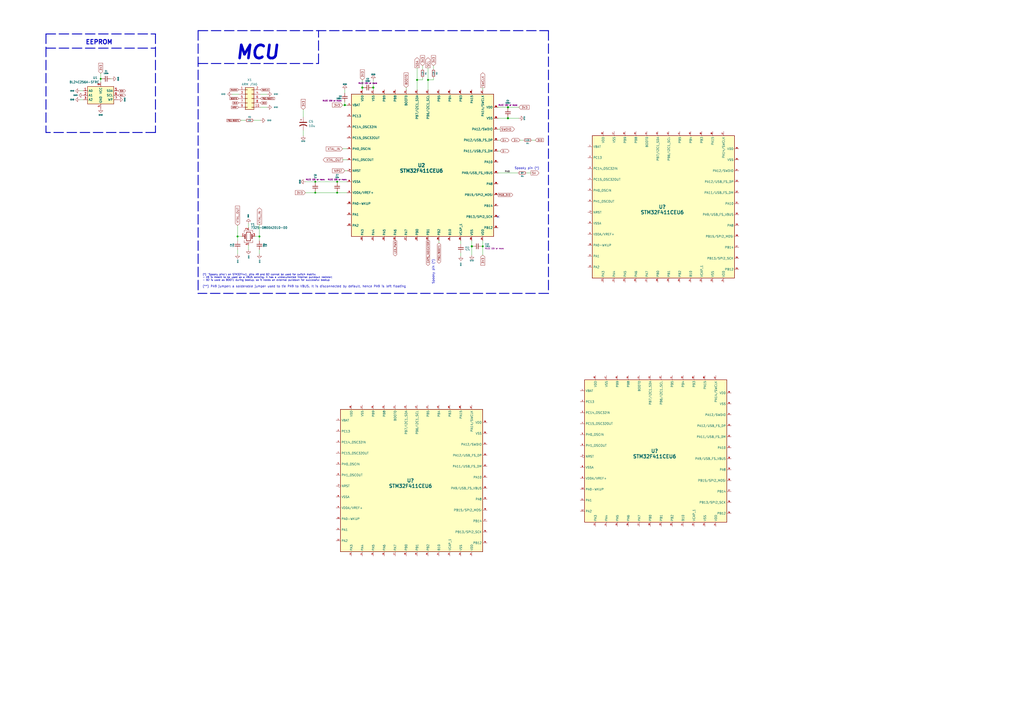
<source format=kicad_sch>
(kicad_sch (version 20210621) (generator eeschema)
  (paper "A2")
  (title_block (title "Noxary X60") (date "2021-08-26") (rev "v1.0.2") (company "Designed by Gondolindrim"))
  (lib_symbols
    (symbol "Connector_Generic:Conn_02x05_Odd_Even" (pin_names (offset 1.016) hide)
      (property "Reference" "J" (at 1.27 7.62 0))
      (property "Value" "Conn_02x05_Odd_Even" (at 1.27 -7.62 0))
      (symbol "Conn_02x05_Odd_Even_1_1"
        (rectangle (start -1.27 -4.953) (end 0 -5.207) (stroke (width 0.1524)))
        (rectangle (start -1.27 -2.413) (end 0 -2.667) (stroke (width 0.1524)))
        (rectangle (start -1.27 0.127) (end 0 -0.127) (stroke (width 0.1524)))
        (rectangle (start -1.27 2.667) (end 0 2.413) (stroke (width 0.1524)))
        (rectangle (start -1.27 5.207) (end 0 4.953) (stroke (width 0.1524)))
        (rectangle (start -1.27 6.35) (end 3.81 -6.35) (stroke (width 0.254)) (fill (type background)))
        (rectangle (start 3.81 -4.953) (end 2.54 -5.207) (stroke (width 0.1524)))
        (rectangle (start 3.81 -2.413) (end 2.54 -2.667) (stroke (width 0.1524)))
        (rectangle (start 3.81 0.127) (end 2.54 -0.127) (stroke (width 0.1524)))
        (rectangle (start 3.81 2.667) (end 2.54 2.413) (stroke (width 0.1524)))
        (rectangle (start 3.81 5.207) (end 2.54 4.953) (stroke (width 0.1524)))
        (pin passive line (at -5.08 5.08 0) (length 3.81) (name "Pin_1") (number "1"))
        (pin passive line (at 7.62 -5.08 180) (length 3.81) (name "Pin_10") (number "10"))
        (pin passive line (at 7.62 5.08 180) (length 3.81) (name "Pin_2") (number "2"))
        (pin passive line (at -5.08 2.54 0) (length 3.81) (name "Pin_3") (number "3"))
        (pin passive line (at 7.62 2.54 180) (length 3.81) (name "Pin_4") (number "4"))
        (pin passive line (at -5.08 0 0) (length 3.81) (name "Pin_5") (number "5"))
        (pin passive line (at 7.62 0 180) (length 3.81) (name "Pin_6") (number "6"))
        (pin passive line (at -5.08 -2.54 0) (length 3.81) (name "Pin_7") (number "7"))
        (pin passive line (at 7.62 -2.54 180) (length 3.81) (name "Pin_8") (number "8"))
        (pin passive line (at -5.08 -5.08 0) (length 3.81) (name "Pin_9") (number "9"))
      )
    )
    (symbol "Device:CP1" (pin_numbers hide) (pin_names (offset 0.254) hide)
      (property "Reference" "C" (at 0.635 2.54 0))
      (property "Value" "CP1" (at 0.635 -2.54 0))
      (symbol "CP1_0_1"
        (polyline (pts (xy -2.032 0.762) (xy 2.032 0.762)) (stroke (width 0.508)))
        (polyline (pts (xy -1.778 2.286) (xy -0.762 2.286)))
        (polyline (pts (xy -1.27 1.778) (xy -1.27 2.794)))
        (arc (start 2.032 -1.27) (mid 0 -0.5572) (end -2.032 -1.27) (stroke (width 0.508)))
      )
      (symbol "CP1_1_1"
        (pin passive line (at 0 3.81 270) (length 2.794) (name "~") (number "1"))
        (pin passive line (at 0 -3.81 90) (length 3.302) (name "~") (number "2"))
      )
    )
    (symbol "Device:C_Small" (pin_numbers hide) (pin_names (offset 0.254) hide)
      (property "Reference" "C" (at 0.254 1.778 0))
      (property "Value" "C_Small" (at 0.254 -2.032 0))
      (symbol "C_Small_0_1"
        (polyline (pts (xy -1.524 -0.508) (xy 1.524 -0.508)) (stroke (width 0.3302)))
        (polyline (pts (xy -1.524 0.508) (xy 1.524 0.508)) (stroke (width 0.3048)))
      )
      (symbol "C_Small_1_1"
        (pin passive line (at 0 2.54 270) (length 2.032) (name "~") (number "1"))
        (pin passive line (at 0 -2.54 90) (length 2.032) (name "~") (number "2"))
      )
    )
    (symbol "Device:Crystal_GND24" (pin_names (offset 1.016) hide)
      (property "Reference" "Y" (at 3.175 5.08 0))
      (property "Value" "Crystal_GND24" (at 3.175 3.175 0))
      (symbol "Crystal_GND24_0_1"
        (rectangle (start -1.143 2.54) (end 1.143 -2.54) (stroke (width 0.3048)))
        (polyline (pts (xy -2.54 0) (xy -2.032 0)))
        (polyline (pts (xy -2.032 -1.27) (xy -2.032 1.27)) (stroke (width 0.508)))
        (polyline (pts (xy 0 -3.81) (xy 0 -3.556)))
        (polyline (pts (xy 0 3.556) (xy 0 3.81)))
        (polyline (pts (xy 2.032 -1.27) (xy 2.032 1.27)) (stroke (width 0.508)))
        (polyline (pts (xy 2.032 0) (xy 2.54 0)))
        (polyline (pts (xy -2.54 -2.286) (xy -2.54 -3.556) (xy 2.54 -3.556) (xy 2.54 -2.286)))
        (polyline (pts (xy -2.54 2.286) (xy -2.54 3.556) (xy 2.54 3.556) (xy 2.54 2.286)))
      )
      (symbol "Crystal_GND24_1_1"
        (pin passive line (at -3.81 0 0) (length 1.27) (name "1") (number "1"))
        (pin passive line (at 0 5.08 270) (length 1.27) (name "2") (number "2"))
        (pin passive line (at 3.81 0 180) (length 1.27) (name "3") (number "3"))
        (pin passive line (at 0 -5.08 90) (length 1.27) (name "4") (number "4"))
      )
    )
    (symbol "Device:R_Small" (pin_numbers hide) (pin_names (offset 0.254) hide)
      (property "Reference" "R" (at 0.762 0.508 0))
      (property "Value" "R_Small" (at 0.762 -1.016 0))
      (symbol "R_Small_0_1"
        (rectangle (start -0.762 1.778) (end 0.762 -1.778) (stroke (width 0.2032)))
      )
      (symbol "R_Small_1_1"
        (pin passive line (at 0 2.54 270) (length 0.762) (name "~") (number "1"))
        (pin passive line (at 0 -2.54 90) (length 0.762) (name "~") (number "2"))
      )
    )
    (symbol "Memory_EEPROM:24LC256"
      (property "Reference" "U" (at -6.35 6.35 0))
      (property "Value" "24LC256" (at 1.27 6.35 0))
      (symbol "24LC256_1_1"
        (rectangle (start -7.62 5.08) (end 7.62 -5.08) (stroke (width 0.254)) (fill (type background)))
        (pin input line (at -10.16 2.54 0) (length 2.54) (name "A0") (number "1"))
        (pin input line (at -10.16 0 0) (length 2.54) (name "A1") (number "2"))
        (pin input line (at -10.16 -2.54 0) (length 2.54) (name "A2") (number "3"))
        (pin power_in line (at 0 -7.62 90) (length 2.54) (name "GND") (number "4"))
        (pin bidirectional line (at 10.16 2.54 180) (length 2.54) (name "SDA") (number "5"))
        (pin input line (at 10.16 0 180) (length 2.54) (name "SCL") (number "6"))
        (pin input line (at 10.16 -2.54 180) (length 2.54) (name "WP") (number "7"))
        (pin power_in line (at 0 7.62 270) (length 2.54) (name "VCC") (number "8"))
      )
    )
    (symbol "acheron_Symbols:STM32F411-48"
      (property "Reference" "U2" (at 0 1.905 0))
      (property "Value" "STM32F411-48" (at 0 -2.54 0))
      (symbol "STM32F411-48_0_1"
        (rectangle (start 41.91 41.91) (end -40.64 -40.64) (stroke (width 0.3048)) (fill (type background)))
      )
      (symbol "STM32F411-48_1_1"
        (pin power_in line (at -43.18 35.56 0) (length 2.54) (name "VBAT") (number "1"))
        (pin bidirectional line (at -43.18 -21.59 0) (length 2.54) (name "PA0-WKUP") (number "10"))
        (pin bidirectional line (at -43.18 -27.94 0) (length 2.54) (name "PA1") (number "11"))
        (pin bidirectional line (at -43.18 -34.29 0) (length 2.54) (name "PA2") (number "12"))
        (pin bidirectional line (at -34.29 -43.18 90) (length 2.54) (name "PA3") (number "13"))
        (pin bidirectional line (at -27.94 -43.18 90) (length 2.54) (name "PA4") (number "14"))
        (pin bidirectional line (at -21.59 -43.18 90) (length 2.54) (name "PA5") (number "15"))
        (pin bidirectional line (at -15.24 -43.18 90) (length 2.54) (name "PA6") (number "16"))
        (pin bidirectional line (at -8.89 -43.18 90) (length 2.54) (name "PA7") (number "17"))
        (pin bidirectional line (at -2.54 -43.18 90) (length 2.54) (name "PB0") (number "18"))
        (pin bidirectional line (at 3.81 -43.18 90) (length 2.54) (name "PB1") (number "19"))
        (pin bidirectional line (at -43.18 29.21 0) (length 2.54) (name "PC13") (number "2"))
        (pin bidirectional line (at 10.16 -43.18 90) (length 2.54) (name "PB2") (number "20"))
        (pin bidirectional line (at 16.51 -43.18 90) (length 2.54) (name "B10") (number "21"))
        (pin output line (at 22.86 -43.18 90) (length 2.54) (name "VCAP_1") (number "22"))
        (pin power_out line (at 29.21 -43.18 90) (length 2.54) (name "VSS") (number "23"))
        (pin power_in line (at 35.56 -43.18 90) (length 2.54) (name "VDD") (number "24"))
        (pin bidirectional line (at 44.45 -35.56 180) (length 2.54) (name "PB12") (number "25"))
        (pin bidirectional line (at 44.45 -29.21 180) (length 2.54) (name "PB13") (number "26") (alternate "PB13/SPI2_SCK" bidirectional line))
        (pin bidirectional line (at 44.45 -22.86 180) (length 2.54) (name "PB14") (number "27"))
        (pin bidirectional line (at 44.45 -16.51 180) (length 2.54) (name "PB15") (number "28") (alternate "PB15/SPI2_MOSI" bidirectional line))
        (pin bidirectional line (at 44.45 -10.16 180) (length 2.54) (name "PA8") (number "29"))
        (pin bidirectional line (at -43.18 22.86 0) (length 2.54) (name "PC14_OSC32IN") (number "3"))
        (pin bidirectional line (at 44.45 -3.81 180) (length 2.54) (name "PA9") (number "30") (alternate "PA9/USB_FS_VBUS" bidirectional line))
        (pin bidirectional line (at 44.45 2.54 180) (length 2.54) (name "PA10") (number "31"))
        (pin bidirectional line (at 44.45 8.89 180) (length 2.54) (name "PA11") (number "32") (alternate "PA11/USB_FS_DM" bidirectional line))
        (pin bidirectional line (at 44.45 15.24 180) (length 2.54) (name "PA12") (number "33") (alternate "PA12/USB_FS_DP" bidirectional line))
        (pin bidirectional line (at 44.45 21.59 180) (length 2.54) (name "PA13") (number "34") (alternate "PA12/SWDIO" bidirectional line))
        (pin power_in line (at 44.45 27.94 180) (length 2.54) (name "VSS") (number "35"))
        (pin power_out line (at 44.45 34.29 180) (length 2.54) (name "VDD") (number "36"))
        (pin bidirectional line (at 35.56 44.45 270) (length 2.54) (name "PA14") (number "37") (alternate "PA14/SWCLK" output line))
        (pin bidirectional line (at 29.21 44.45 270) (length 2.54) (name "PA15") (number "38"))
        (pin bidirectional line (at 22.86 44.45 270) (length 2.54) (name "PB3") (number "39"))
        (pin bidirectional line (at -43.18 16.51 0) (length 2.54) (name "PC15_OSC32OUT") (number "4"))
        (pin bidirectional line (at 16.51 44.45 270) (length 2.54) (name "PB4") (number "40"))
        (pin bidirectional line (at 10.16 44.45 270) (length 2.54) (name "PB5") (number "41"))
        (pin bidirectional line (at 3.81 44.45 270) (length 2.54) (name "PB6") (number "42") (alternate "PB6/I2C1_SCL" bidirectional line))
        (pin bidirectional line (at -2.54 44.45 270) (length 2.54) (name "PB7") (number "43") (alternate "PB7/I2C1_SDA" bidirectional line))
        (pin input line (at -8.89 44.45 270) (length 2.54) (name "BOOT0") (number "44"))
        (pin bidirectional line (at -15.24 44.45 270) (length 2.54) (name "PB8") (number "45"))
        (pin input line (at -21.59 44.45 270) (length 2.54) (name "PB9") (number "46"))
        (pin power_in line (at -27.94 44.45 270) (length 2.54) (name "VSS") (number "47"))
        (pin power_out line (at -34.29 44.45 270) (length 2.54) (name "VDD") (number "48"))
        (pin input line (at -43.18 10.16 0) (length 2.54) (name "PH0_OSCIN") (number "5"))
        (pin output line (at -43.18 3.81 0) (length 2.54) (name "PH1_OSCOUT") (number "6"))
        (pin input inverted (at -43.18 -2.54 0) (length 2.54) (name "NRST") (number "7"))
        (pin power_in line (at -43.18 -8.89 0) (length 2.54) (name "VSSA") (number "8"))
        (pin power_in line (at -43.18 -15.24 0) (length 2.54) (name "VDDA/VREF+") (number "9"))
      )
    )
    (symbol "power:GND" (power) (pin_names (offset 0))
      (property "Value" "GND" (at 0 -3.81 0))
      (symbol "GND_0_1"
        (polyline (pts (xy 0 0) (xy 0 -1.27) (xy 1.27 -1.27) (xy 0 -2.54) (xy -1.27 -1.27) (xy 0 -1.27)))
      )
      (symbol "GND_1_1"
        (pin power_in line (at 0 0 270) (length 0) hide (name "GND") (number "1"))
      )
    )
  )
  (junction (at 58.42 45.72) (diameter 0.9144))
  (junction (at 137.795 137.16) (diameter 0.9144))
  (junction (at 150.495 137.16) (diameter 0.9144))
  (junction (at 182.88 105.41))
  (junction (at 182.88 111.76))
  (junction (at 195.58 105.41))
  (junction (at 195.58 111.76))
  (junction (at 200.025 60.96) (diameter 1.016))
  (junction (at 210.185 50.8) (diameter 1.016))
  (junction (at 216.535 50.8) (diameter 1.016))
  (junction (at 241.935 46.355) (diameter 0.9144))
  (junction (at 248.285 46.355) (diameter 0.9144))
  (junction (at 273.685 142.875) (diameter 1.016))
  (junction (at 280.035 142.875))
  (junction (at 294.64 62.23) (diameter 1.016))
  (junction (at 294.64 68.58) (diameter 1.016))
  (no_connect (at 288.925 125.73))
  (wire (pts (xy 46.355 52.705) (xy 48.26 52.705)))
  (wire (pts (xy 46.355 57.785) (xy 48.26 57.785)))
  (wire (pts (xy 58.42 42.545) (xy 58.42 45.72)))
  (wire (pts (xy 58.42 45.72) (xy 58.42 47.625)))
  (wire (pts (xy 58.42 45.72) (xy 59.055 45.72)))
  (wire (pts (xy 64.135 45.72) (xy 64.77 45.72)))
  (wire (pts (xy 134.62 54.61) (xy 138.43 54.61)))
  (wire (pts (xy 137.795 130.81) (xy 137.795 137.16)))
  (wire (pts (xy 137.795 137.16) (xy 140.335 137.16)))
  (wire (pts (xy 137.795 139.7) (xy 137.795 137.16)))
  (wire (pts (xy 137.795 147.32) (xy 137.795 144.78)))
  (wire (pts (xy 139.7 69.85) (xy 142.24 69.85)))
  (wire (pts (xy 144.145 129.54) (xy 144.145 132.08)))
  (wire (pts (xy 144.145 144.78) (xy 144.145 142.24)))
  (wire (pts (xy 150.495 130.175) (xy 150.495 137.16)))
  (wire (pts (xy 150.495 137.16) (xy 147.955 137.16)))
  (wire (pts (xy 150.495 139.7) (xy 150.495 137.16)))
  (wire (pts (xy 150.495 147.32) (xy 150.495 144.78)))
  (wire (pts (xy 151.13 69.85) (xy 147.32 69.85)))
  (wire (pts (xy 154.94 54.61) (xy 151.13 54.61)))
  (wire (pts (xy 154.94 62.23) (xy 151.13 62.23)))
  (wire (pts (xy 175.895 63.5) (xy 175.895 67.945)))
  (wire (pts (xy 175.895 75.565) (xy 175.895 78.74)))
  (wire (pts (xy 177.165 105.41) (xy 182.88 105.41)))
  (wire (pts (xy 177.165 111.76) (xy 182.88 111.76)))
  (wire (pts (xy 182.88 105.41) (xy 182.88 106.045)))
  (wire (pts (xy 182.88 105.41) (xy 195.58 105.41)))
  (wire (pts (xy 182.88 111.125) (xy 182.88 111.76)))
  (wire (pts (xy 182.88 111.76) (xy 195.58 111.76)))
  (wire (pts (xy 195.58 105.41) (xy 195.58 106.045)))
  (wire (pts (xy 195.58 105.41) (xy 201.295 105.41)))
  (wire (pts (xy 195.58 111.125) (xy 195.58 111.76)))
  (wire (pts (xy 195.58 111.76) (xy 201.295 111.76)))
  (wire (pts (xy 198.755 60.96) (xy 200.025 60.96)))
  (wire (pts (xy 198.755 86.36) (xy 201.295 86.36)))
  (wire (pts (xy 198.755 92.71) (xy 201.295 92.71)))
  (wire (pts (xy 200.025 52.07) (xy 200.025 53.975)))
  (wire (pts (xy 200.025 59.055) (xy 200.025 60.96)))
  (wire (pts (xy 200.025 60.96) (xy 201.295 60.96)))
  (wire (pts (xy 200.025 99.06) (xy 201.295 99.06)))
  (wire (pts (xy 210.185 46.355) (xy 210.185 50.8)))
  (wire (pts (xy 210.185 50.8) (xy 210.185 52.07)))
  (wire (pts (xy 210.185 50.8) (xy 210.82 50.8)))
  (wire (pts (xy 215.9 50.8) (xy 216.535 50.8)))
  (wire (pts (xy 216.535 46.355) (xy 216.535 50.8)))
  (wire (pts (xy 216.535 50.8) (xy 216.535 52.07)))
  (wire (pts (xy 235.585 50.8) (xy 235.585 52.07)))
  (wire (pts (xy 241.935 39.37) (xy 241.935 46.355)))
  (wire (pts (xy 241.935 46.355) (xy 241.935 52.07)))
  (wire (pts (xy 245.11 38.1) (xy 245.11 40.005)))
  (wire (pts (xy 245.11 45.085) (xy 245.11 46.355)))
  (wire (pts (xy 245.11 46.355) (xy 241.935 46.355)))
  (wire (pts (xy 248.285 39.37) (xy 248.285 46.355)))
  (wire (pts (xy 248.285 46.355) (xy 248.285 52.07)))
  (wire (pts (xy 251.46 38.1) (xy 251.46 40.005)))
  (wire (pts (xy 251.46 45.085) (xy 251.46 46.355)))
  (wire (pts (xy 251.46 46.355) (xy 248.285 46.355)))
  (wire (pts (xy 254.635 139.7) (xy 254.635 140.97)))
  (wire (pts (xy 267.335 139.7) (xy 267.335 141.605)))
  (wire (pts (xy 267.335 146.685) (xy 267.335 148.59)))
  (wire (pts (xy 273.685 139.7) (xy 273.685 142.875)))
  (wire (pts (xy 273.685 142.875) (xy 273.685 147.955)))
  (wire (pts (xy 273.685 142.875) (xy 274.32 142.875)))
  (wire (pts (xy 279.4 142.875) (xy 280.035 142.875)))
  (wire (pts (xy 280.035 50.8) (xy 280.035 52.07)))
  (wire (pts (xy 280.035 139.7) (xy 280.035 142.875)))
  (wire (pts (xy 280.035 142.875) (xy 280.035 147.955)))
  (wire (pts (xy 288.925 62.23) (xy 294.64 62.23)))
  (wire (pts (xy 288.925 68.58) (xy 294.64 68.58)))
  (wire (pts (xy 288.925 74.93) (xy 290.195 74.93)))
  (wire (pts (xy 288.925 81.28) (xy 290.195 81.28)))
  (wire (pts (xy 288.925 87.63) (xy 290.195 87.63)))
  (wire (pts (xy 288.925 100.33) (xy 300.355 100.33)))
  (wire (pts (xy 294.64 62.23) (xy 294.64 62.865)))
  (wire (pts (xy 294.64 62.23) (xy 300.99 62.23)))
  (wire (pts (xy 294.64 67.945) (xy 294.64 68.58)))
  (wire (pts (xy 294.64 68.58) (xy 300.99 68.58)))
  (wire (pts (xy 303.53 81.28) (xy 301.625 81.28)))
  (wire (pts (xy 305.435 100.33) (xy 307.975 100.33)))
  (wire (pts (xy 310.515 81.28) (xy 308.61 81.28)))
  (polyline (pts (xy 26.67 19.685) (xy 26.67 76.835)) (stroke (width 0.508) (type dash)))
  (polyline (pts (xy 26.67 19.685) (xy 90.17 19.685)) (stroke (width 0.508) (type dash)))
  (polyline (pts (xy 26.67 27.94) (xy 90.17 27.94)) (stroke (width 0.508) (type dash)))
  (polyline (pts (xy 90.17 19.685) (xy 90.17 76.835)) (stroke (width 0.508) (type dash)))
  (polyline (pts (xy 90.17 76.835) (xy 26.67 76.835)) (stroke (width 0.508) (type dash)))
  (polyline (pts (xy 114.935 17.78) (xy 114.935 170.18)) (stroke (width 0.508) (type dash)))
  (polyline (pts (xy 114.935 17.78) (xy 318.135 17.78)) (stroke (width 0.508) (type dash)))
  (polyline (pts (xy 114.935 36.83) (xy 184.785 36.83)) (stroke (width 0.508) (type dash)))
  (polyline (pts (xy 184.785 36.83) (xy 184.785 17.78)) (stroke (width 0.508) (type dash)))
  (polyline (pts (xy 318.135 17.78) (xy 318.135 170.18)) (stroke (width 0.508) (type dash)))
  (polyline (pts (xy 318.135 170.18) (xy 114.935 170.18)) (stroke (width 0.508) (type dash)))
  (text "EEPROM" (at 49.53 26.035 0) (effects (font (size 2.54 2.54) (thickness 0.508) bold) (justify left bottom)))
  (text "(*) \"Spooky pins\": on STM32F4x1, pins A9 and B2 cannot be used for switch matrix:\n- A9 is meant to be used as a VBUS sensing. It has a undocumented internal pulldown resistor;\n- B2 is used as BOOT1 during bootup, so it needs an external pulldown for successful bootup\n" (at 117.475 163.195 0) (effects (font (size 1 1)) (justify left bottom)))
  (text "(**) PA9 jumper: a solderable jumper used to tie PA9 to VBUS. It is disconnected by default, hence PA9 is left floating" (at 117.475 167.005 0) (effects (font (size 1.27 1.27)) (justify left bottom)))
  (text "MCU" (at 162.56 34.925 180) (effects (font (size 7.62 7.62) (thickness 1.524) bold italic) (justify right bottom)))
  (text "Spooky pin (*)" (at 252.095 150.495 270) (effects (font (size 1.27 1.27)) (justify right bottom)))
  (text "Spooky pin (*)" (at 298.45 98.425 0) (effects (font (size 1.27 1.27)) (justify left bottom)))
  (label "PA9" (at 292.735 100.33 0) (effects (font (size 1 1))))
  (global_label "3V3" (shape input) (at 58.42 42.545 90) (property "Intersheet References" "${INTERSHEET_REFS}" (effects hide)))
  (global_label "SDA" (shape bidirectional) (at 68.58 52.705 0) (effects (font (size 0.762 0.762))) (property "Intersheet References" "${INTERSHEET_REFS}" (effects hide)))
  (global_label "SCL" (shape bidirectional) (at 68.58 55.245 0) (effects (font (size 0.762 0.762))) (property "Intersheet References" "${INTERSHEET_REFS}" (effects hide)))
  (global_label "XTAL_OUT" (shape input) (at 137.795 130.81 90) (property "Intersheet References" "${INTERSHEET_REFS}" (effects hide)))
  (global_label "SWDIO" (shape input) (at 138.43 52.07 180) (effects (font (size 0.762 0.762))) (property "Intersheet References" "${INTERSHEET_REFS}" (effects hide)))
  (global_label "BOOT0" (shape input) (at 138.43 57.15 180) (effects (font (size 0.762 0.762))) (property "Intersheet References" "${INTERSHEET_REFS}" (effects hide)))
  (global_label "3V3" (shape input) (at 138.43 59.69 180) (effects (font (size 0.762 0.762))) (property "Intersheet References" "${INTERSHEET_REFS}" (effects hide)))
  (global_label "NRST" (shape input) (at 138.43 62.23 180) (effects (font (size 0.762 0.762))) (property "Intersheet References" "${INTERSHEET_REFS}" (effects hide)))
  (global_label "PB2{slash}BOOT1" (shape input) (at 139.7 69.85 180) (effects (font (size 0.762 0.762))) (property "Intersheet References" "${INTERSHEET_REFS}" (effects hide)))
  (global_label "XTAL_IN" (shape output) (at 150.495 130.175 90) (property "Intersheet References" "${INTERSHEET_REFS}" (effects hide)))
  (global_label "SWCLK" (shape input) (at 151.13 52.07 0) (effects (font (size 0.762 0.762))) (property "Intersheet References" "${INTERSHEET_REFS}" (effects hide)))
  (global_label "PB2{slash}BOOT1" (shape input) (at 151.13 57.15 0) (effects (font (size 0.762 0.762))) (property "Intersheet References" "${INTERSHEET_REFS}" (effects hide)))
  (global_label "3V3" (shape input) (at 151.13 59.69 0) (effects (font (size 0.762 0.762))) (property "Intersheet References" "${INTERSHEET_REFS}" (effects hide)))
  (global_label "3V3" (shape input) (at 175.895 63.5 90) (property "Intersheet References" "${INTERSHEET_REFS}" (effects hide)))
  (global_label "3V3" (shape input) (at 177.165 111.76 180) (property "Intersheet References" "${INTERSHEET_REFS}" (effects hide)))
  (global_label "3V3" (shape input) (at 198.755 60.96 180) (property "Intersheet References" "${INTERSHEET_REFS}" (effects hide)))
  (global_label "XTAL_IN" (shape input) (at 198.755 86.36 180) (property "Intersheet References" "${INTERSHEET_REFS}" (effects hide)))
  (global_label "XTAL_OUT" (shape output) (at 198.755 92.71 180) (property "Intersheet References" "${INTERSHEET_REFS}" (effects hide)))
  (global_label "NRST" (shape input) (at 200.025 99.06 180) (property "Intersheet References" "${INTERSHEET_REFS}" (effects hide)))
  (global_label "3V3" (shape input) (at 210.185 46.355 90) (property "Intersheet References" "${INTERSHEET_REFS}" (effects hide)))
  (global_label "LED_PWM" (shape output) (at 229.235 139.7 270) (effects (font (size 1.016 1.016))) (property "Intersheet References" "${INTERSHEET_REFS}" (effects hide)))
  (global_label "BOOT0" (shape input) (at 235.585 50.8 90) (property "Intersheet References" "${INTERSHEET_REFS}" (effects hide)))
  (global_label "SDA" (shape output) (at 241.935 39.37 90) (property "Intersheet References" "${INTERSHEET_REFS}" (effects hide)))
  (global_label "3V3" (shape input) (at 245.11 38.1 90) (property "Intersheet References" "${INTERSHEET_REFS}" (effects hide)))
  (global_label "SCL" (shape output) (at 248.285 39.37 90) (property "Intersheet References" "${INTERSHEET_REFS}" (effects hide)))
  (global_label "CAPS_INDICATOR" (shape output) (at 248.285 139.7 270) (effects (font (size 1.016 1.016))) (property "Intersheet References" "${INTERSHEET_REFS}" (effects hide)))
  (global_label "3V3" (shape input) (at 251.46 38.1 90) (property "Intersheet References" "${INTERSHEET_REFS}" (effects hide)))
  (global_label "PB2{slash}BOOT1" (shape bidirectional) (at 254.635 140.97 270) (effects (font (size 1.016 1.016))) (property "Intersheet References" "${INTERSHEET_REFS}" (effects hide)))
  (global_label "SWCLK" (shape output) (at 280.035 50.8 90) (property "Intersheet References" "${INTERSHEET_REFS}" (effects hide)))
  (global_label "3V3" (shape input) (at 280.035 147.955 270) (property "Intersheet References" "${INTERSHEET_REFS}" (effects hide)))
  (global_label "RGB_3V3" (shape output) (at 288.925 113.03 0) (effects (font (size 1.016 1.016))) (property "Intersheet References" "${INTERSHEET_REFS}" (effects hide)))
  (global_label "SWDIO" (shape output) (at 290.195 74.93 0) (property "Intersheet References" "${INTERSHEET_REFS}" (effects hide)))
  (global_label "D+" (shape bidirectional) (at 290.195 81.28 0) (effects (font (size 1.016 1.016))) (property "Intersheet References" "${INTERSHEET_REFS}" (effects hide)))
  (global_label "D-" (shape bidirectional) (at 290.195 87.63 0) (effects (font (size 1.016 1.016))) (property "Intersheet References" "${INTERSHEET_REFS}" (effects hide)))
  (global_label "3V3" (shape input) (at 300.99 62.23 0) (property "Intersheet References" "${INTERSHEET_REFS}" (effects hide)))
  (global_label "D+" (shape bidirectional) (at 301.625 81.28 180) (effects (font (size 1.016 1.016))) (property "Intersheet References" "${INTERSHEET_REFS}" (effects hide)))
  (global_label "5V" (shape output) (at 307.975 100.33 0) (property "Intersheet References" "${INTERSHEET_REFS}" (effects hide)))
  (global_label "3V3" (shape input) (at 310.515 81.28 0) (effects (font (size 1.016 1.016))) (property "Intersheet References" "${INTERSHEET_REFS}" (effects hide)))
  (symbol (lib_id "power:GND") (at 46.355 52.705 270) (unit 1)
    (property "Reference" "#PWR04" (effects hide))
    (property "Value" "GND" (at 41.91 52.705 90) (effects (font (size 0.762 0.762))))
  )
  (symbol (lib_id "power:GND") (at 46.355 57.785 270) (unit 1)
    (property "Reference" "#PWR08" (effects hide))
    (property "Value" "GND" (at 41.91 57.785 90) (effects (font (size 0.762 0.762))))
  )
  (symbol (lib_id "power:GND") (at 48.26 55.245 270) (unit 1)
    (property "Reference" "#PWR07" (effects hide))
    (property "Value" "GND" (at 43.815 55.245 90) (effects (font (size 0.762 0.762))))
  )
  (symbol (lib_id "power:GND") (at 58.42 62.865 0) (unit 1)
    (property "Reference" "#PWR011" (effects hide))
    (property "Value" "GND" (at 58.42 66.675 0) (effects (font (size 0.762 0.762))))
  )
  (symbol (lib_id "power:GND") (at 64.77 45.72 90) (unit 1)
    (property "Reference" "#PWR01" (effects hide))
    (property "Value" "GND" (at 68.58 45.72 0) (effects (font (size 0.762 0.762))))
  )
  (symbol (lib_id "power:GND") (at 68.58 57.785 90) (unit 1)
    (property "Reference" "#PWR09" (effects hide))
    (property "Value" "GND" (at 72.39 57.785 0) (effects (font (size 0.762 0.762))))
  )
  (symbol (lib_id "power:GND") (at 134.62 54.61 270) (unit 1)
    (property "Reference" "#PWR05" (effects hide))
    (property "Value" "GND" (at 129.54 54.61 90) (effects (font (size 0.762 0.762))))
  )
  (symbol (lib_id "power:GND") (at 137.795 147.32 0) (unit 1)
    (property "Reference" "#PWR018" (effects hide))
    (property "Value" "GND" (at 137.922 150.5712 90) (effects (font (size 0.635 0.635)) (justify right)))
  )
  (symbol (lib_id "power:GND") (at 144.145 129.54 180) (unit 1)
    (property "Reference" "#PWR016" (effects hide))
    (property "Value" "GND" (at 144.018 126.2888 90) (effects (font (size 0.635 0.635)) (justify right)))
  )
  (symbol (lib_id "power:GND") (at 144.145 144.78 0) (unit 1)
    (property "Reference" "#PWR017" (effects hide))
    (property "Value" "GND" (at 144.272 148.0312 90) (effects (font (size 0.635 0.635)) (justify right)))
  )
  (symbol (lib_id "power:GND") (at 150.495 147.32 0) (unit 1)
    (property "Reference" "#PWR019" (effects hide))
    (property "Value" "GND" (at 150.622 150.5712 90) (effects (font (size 0.635 0.635)) (justify right)))
  )
  (symbol (lib_id "power:GND") (at 151.13 69.85 90) (unit 1)
    (property "Reference" "#PWR013" (effects hide))
    (property "Value" "GND" (at 156.21 69.85 90) (effects (font (size 0.762 0.762))))
  )
  (symbol (lib_id "power:GND") (at 154.94 54.61 90) (unit 1)
    (property "Reference" "#PWR06" (effects hide))
    (property "Value" "GND" (at 160.02 54.61 90) (effects (font (size 0.762 0.762))))
  )
  (symbol (lib_id "power:GND") (at 154.94 62.23 90) (unit 1)
    (property "Reference" "#PWR010" (effects hide))
    (property "Value" "GND" (at 160.02 62.23 90) (effects (font (size 0.762 0.762))))
  )
  (symbol (lib_id "power:GND") (at 175.895 78.74 0) (unit 1)
    (property "Reference" "#PWR014" (effects hide))
    (property "Value" "GND" (at 175.895 81.915 0) (effects (font (size 0.762 0.762))))
  )
  (symbol (lib_id "power:GND") (at 177.165 105.41 270) (unit 1)
    (property "Reference" "#PWR015" (effects hide))
    (property "Value" "GND" (at 173.99 105.41 0) (effects (font (size 0.762 0.762))))
  )
  (symbol (lib_id "power:GND") (at 200.025 52.07 180) (unit 1)
    (property "Reference" "#PWR03" (effects hide))
    (property "Value" "GND" (at 200.025 48.895 0) (effects (font (size 0.762 0.762))))
  )
  (symbol (lib_id "power:GND") (at 216.535 46.355 180) (unit 1)
    (property "Reference" "#PWR02" (effects hide))
    (property "Value" "GND" (at 216.535 43.18 0) (effects (font (size 0.762 0.762))))
  )
  (symbol (lib_id "power:GND") (at 267.335 148.59 0) (unit 1)
    (property "Reference" "#PWR021" (effects hide))
    (property "Value" "GND" (at 267.335 153.3652 90) (effects (font (size 0.635 0.635))))
  )
  (symbol (lib_id "power:GND") (at 273.685 147.955 0) (unit 1)
    (property "Reference" "#PWR020" (effects hide))
    (property "Value" "GND" (at 273.685 151.13 0) (effects (font (size 0.762 0.762))))
  )
  (symbol (lib_id "power:GND") (at 300.99 68.58 90) (unit 1)
    (property "Reference" "#PWR012" (effects hide))
    (property "Value" "GND" (at 304.165 68.58 0) (effects (font (size 0.762 0.762))))
  )
  (symbol (lib_id "Device:R_Small") (at 144.78 69.85 90) (unit 1)
    (property "Reference" "R3" (at 144.78 67.945 90) (effects (font (size 0.7874 0.7874))))
    (property "Value" "10k" (at 144.78 69.85 90) (effects (font (size 0.7874 0.7874))))
    (property "Footprint" "Resistor_SMD:R_0805_2012Metric" (effects hide))
    (property "Package" "R0805" (effects hide))
  )
  (symbol (lib_id "Device:R_Small") (at 245.11 42.545 0) (unit 1)
    (property "Reference" "R1" (at 247.015 42.5449 90) (effects (font (size 0.762 0.762))))
    (property "Value" "1.5k" (at 245.11 42.5449 90) (effects (font (size 0.762 0.762))))
    (property "Footprint" "Resistor_SMD:R_0402_1005Metric" (effects hide))
    (property "Package" "R0402" (effects hide))
  )
  (symbol (lib_id "Device:R_Small") (at 251.46 42.545 0) (unit 1)
    (property "Reference" "R2" (at 253.365 42.5449 90) (effects (font (size 0.762 0.762))))
    (property "Value" "1.5k" (at 251.46 42.5449 90) (effects (font (size 0.762 0.762))))
    (property "Footprint" "Resistor_SMD:R_0402_1005Metric" (effects hide))
    (property "Package" "R0402" (effects hide))
  )
  (symbol (lib_id "Device:R_Small") (at 302.895 100.33 270) (unit 1)
    (property "Reference" "R5" (at 302.895 102.235 90) (effects (font (size 0.7874 0.7874))))
    (property "Value" "0R" (at 302.895 100.33 90) (effects (font (size 0.7874 0.7874))))
    (property "Footprint" "Resistor_SMD:R_0805_2012Metric" (effects hide))
    (property "Package" "R0805" (effects hide))
  )
  (symbol (lib_id "Device:R_Small") (at 306.07 81.28 270) (unit 1)
    (property "Reference" "R4" (at 306.07 83.185 90) (effects (font (size 0.7874 0.7874))))
    (property "Value" "1.5k" (at 306.07 81.28 90) (effects (font (size 0.7874 0.7874))))
    (property "Footprint" "Resistor_SMD:R_0402_1005Metric" (effects hide))
    (property "Package" "R0402" (effects hide))
  )
  (symbol (lib_id "Device:C_Small") (at 61.595 45.72 270) (unit 1)
    (property "Reference" "C1" (at 61.595 41.275 90) (effects (font (size 0.762 0.762))))
    (property "Value" "100n" (at 61.595 42.545 90) (effects (font (size 0.762 0.762))))
    (property "Footprint" "Capacitor_SMD:C_0402_1005Metric" (effects hide))
    (property "Package" "C0402" (effects hide))
  )
  (symbol (lib_id "Device:C_Small") (at 137.795 142.24 0) (unit 1)
    (property "Reference" "C8" (at 133.985 142.24 90) (effects (font (size 0.7874 0.7874))))
    (property "Value" "16p" (at 135.255 142.24 90) (effects (font (size 0.7874 0.7874))))
    (property "Footprint" "Capacitor_SMD:C_0402_1005Metric" (effects hide))
    (property "Package" "C0402" (effects hide))
    (property "Description" "MLCC 10V or more" (effects hide))
  )
  (symbol (lib_id "Device:C_Small") (at 150.495 142.24 0) (mirror y) (unit 1)
    (property "Reference" "C9" (at 154.305 142.24 90) (effects (font (size 0.7874 0.7874))))
    (property "Value" "16p" (at 153.035 142.24 90) (effects (font (size 0.7874 0.7874))))
    (property "Footprint" "Capacitor_SMD:C_0402_1005Metric" (effects hide))
    (property "Package" "C0402" (effects hide))
    (property "Description" "MLCC 10V or more" (effects hide))
  )
  (symbol (lib_id "Device:C_Small") (at 182.88 108.585 180) (unit 1)
    (property "Reference" "C6" (at 182.88 101.6 0) (effects (font (size 0.762 0.762))))
    (property "Value" "1u" (at 182.88 102.87 0) (effects (font (size 0.762 0.762))))
    (property "Footprint" "Capacitor_SMD:C_0402_1005Metric" (effects hide))
    (property "Package" "C0402" (effects hide))
    (property "Specification" "MLCC 10V or more" (at 182.88 104.14 0) (effects (font (size 0.762 0.762))))
  )
  (symbol (lib_id "Device:C_Small") (at 195.58 108.585 180) (unit 1)
    (property "Reference" "C7" (at 195.58 101.6 0) (effects (font (size 0.762 0.762))))
    (property "Value" "10n" (at 195.58 102.87 0) (effects (font (size 0.762 0.762))))
    (property "Footprint" "Capacitor_SMD:C_0402_1005Metric" (effects hide))
    (property "Package" "C0402" (effects hide))
    (property "Specification" "MLCC 10V or more" (at 195.58 104.14 0) (effects (font (size 0.762 0.762))))
  )
  (symbol (lib_id "Device:C_Small") (at 200.025 56.515 180) (unit 1)
    (property "Reference" "C3" (at 198.12 55.88 0) (effects (font (size 0.762 0.762)) (justify left)))
    (property "Value" "100n" (at 198.12 57.15 0) (effects (font (size 0.762 0.762)) (justify left)))
    (property "Footprint" "Capacitor_SMD:C_0402_1005Metric" (effects hide))
    (property "Package" "C0402" (effects hide))
    (property "Specification" "MLCC 10V or more" (at 198.12 58.42 0) (effects (font (size 0.762 0.762)) (justify left)))
  )
  (symbol (lib_id "Device:C_Small") (at 213.36 50.8 90) (unit 1)
    (property "Reference" "C2" (at 213.36 45.72 90) (effects (font (size 0.762 0.762))))
    (property "Value" "100n" (at 213.36 46.99 90) (effects (font (size 0.762 0.762))))
    (property "Footprint" "Capacitor_SMD:C_0402_1005Metric" (effects hide))
    (property "Package" "C0402" (effects hide))
    (property "Specification" "MLCC 10V or more" (at 213.36 48.26 90) (effects (font (size 0.762 0.762))))
  )
  (symbol (lib_id "Device:C_Small") (at 267.335 144.145 180) (unit 1)
    (property "Reference" "C11" (at 269.875 143.51 0) (effects (font (size 0.7874 0.7874)) (justify right)))
    (property "Value" "4.7u" (at 269.875 144.78 0) (effects (font (size 0.7874 0.7874)) (justify right)))
    (property "Footprint" "Capacitor_SMD:C_0402_1005Metric" (effects hide))
    (property "Package" "C0402" (effects hide))
    (property "Description" "MLCC 10V or more" (effects hide))
  )
  (symbol (lib_id "Device:C_Small") (at 276.86 142.875 90) (unit 1)
    (property "Reference" "C10" (at 281.305 141.605 90) (effects (font (size 0.762 0.762)) (justify right)))
    (property "Value" "100n" (at 281.305 142.875 90) (effects (font (size 0.762 0.762)) (justify right)))
    (property "Footprint" "Capacitor_SMD:C_0402_1005Metric" (effects hide))
    (property "Package" "C0402" (effects hide))
    (property "Specification" "MLCC 10V or more" (at 281.305 144.145 90) (effects (font (size 0.762 0.762)) (justify right)))
  )
  (symbol (lib_id "Device:C_Small") (at 294.64 65.405 180) (unit 1)
    (property "Reference" "C4" (at 294.64 58.42 0) (effects (font (size 0.762 0.762))))
    (property "Value" "100n" (at 294.64 59.69 0) (effects (font (size 0.762 0.762))))
    (property "Footprint" "Capacitor_SMD:C_0402_1005Metric" (effects hide))
    (property "Package" "C0402" (effects hide))
    (property "Specification" "MLCC 10V or more" (at 294.64 60.96 0) (effects (font (size 0.762 0.762))))
  )
  (symbol (lib_id "Device:CP1") (at 175.895 71.755 0) (unit 1)
    (property "Reference" "C5" (at 179.07 70.4849 0) (effects (justify left)))
    (property "Value" "10u" (at 179.07 73.0249 0) (effects (justify left)))
    (property "Footprint" "acheron_Components:CP_EIA-3216-10_Kemet-I_Pad1.58x1.35mm_HandSolder" (effects hide))
    (property "Package" "CASE A (3216)" (effects hide))
    (property "Description" "Tantallum capacitor 10V or more" (effects hide))
  )
  (symbol (lib_id "Device:Crystal_GND24") (at 144.145 137.16 0) (unit 1)
    (property "Reference" "Y1" (at 145.415 130.1749 0) (effects (justify left)))
    (property "Value" "7325-0800A2010-00" (at 145.415 132.0799 0) (effects (justify left)))
    (property "Footprint" "acheron_Components:Crystal_SMD_3225-4Pin_3.2x2.5mm" (effects hide))
    (property "Manufacturer" "XTY" (effects hide))
    (property "Vendor Part Number" "LCSC C389817 (https://lcsc.com/product-detail/Crystals_XTY-7325-0800A2010-00_C389817.html)" (effects hide))
    (property "Package" "Y_3225_4P" (effects hide))
    (property "Description" "8MHz 3225-4P oscillator crystal" (effects hide))
    (property "Manufacturer Part Number" "7325-0800A2010-00" (effects hide))
  )
  (symbol (lib_id "Connector_Generic:Conn_02x05_Odd_Even") (at 143.51 57.15 0) (unit 1) (in_bom no)
    (property "Reference" "X1" (at 144.78 46.355 0))
    (property "Value" "ARM JTAG" (at 144.78 48.895 0))
    (property "Footprint" "acheron_Connectors:PinHeader_2x5_P2.54mm_Vertical_Staggered" (effects hide))
    (property "Specification" "2.54mm pitch 2x4 through hole pin header, staggered" (effects hide))
  )
  (symbol (lib_id "Memory_EEPROM:24LC256") (at 58.42 55.245 0) (unit 1)
    (property "Reference" "U1" (at 55.245 45.085 0))
    (property "Value" "BL24C256A-SFRC" (at 48.895 47.625 0))
    (property "Footprint" "acheron_Components:TSSOP-8_4.4x3mm_P0.65mm" (effects hide))
    (property "Datasheet" "https://datasheet.lcsc.com/lcsc/1811152228_BL-Shanghai-Belling-BL24C256A-SFRC_C110276.pdf" (effects hide))
    (property "Manufacturer" "Shanghai Belling" (effects hide))
    (property "Manufacturer Part Number" "BL24C256A-SFRC" (effects hide))
    (property "Package" "TSSOP-8" (effects hide))
    (property "Vendor Part Number" "LCSC C691875 (https://lcsc.com/product-detail/EEPROM_BL-Shanghai-Belling-BL24C256A-NTRC_C691875.html)" (effects hide))
    (property "Description" "TSSOP-8 non-volatile 256Kb (32K x 8) I2C EEPROM" (effects hide))
  )
  (symbol (lib_id "acheron_Symbols:STM32F411-48") (at 238.125 279.4 0) (unit 1)
    (property "Reference" "U?" (at 238.125 278.765 0) (effects (font (size 2.0066 2.0066) bold)))
    (property "Value" "STM32F411CEU6" (at 238.125 281.94 0) (effects (font (size 2.0066 2.0066) bold)))
    (property "Footprint" "acheron_Components:STM_UFQFPN-48_LQFP-48-1EP_7x7mm_P0.5mm_HandSoldering_ThermalReliefs" (effects hide))
    (property "Datasheet" "https://www.st.com/resource/en/datasheet/stm32f411ce.pdf" (effects hide))
    (property "Manufacturer" "STMicroelectronics" (effects hide))
    (property "Manufacturer Part Number" "STM32F411" (effects hide))
    (property "Package" "UFQFPN-48" (effects hide))
    (property "Description" "32-bit ARM Cortex-M0+ 128kBytes flash microcontroller" (effects hide))
    (property "Vendor Part Number" "LCSC C60420 (https://lcsc.com/product-detail/ST-Microelectronics_STMicroelectronics-STM32F411CEU6_C60420.html)" (effects hide))
    (pin "26" (alternate "PB13/SPI2_SCK"))
    (pin "28" (alternate "PB15/SPI2_MOSI"))
    (pin "30" (alternate "PA9/USB_FS_VBUS"))
    (pin "32" (alternate "PA11/USB_FS_DM"))
    (pin "33" (alternate "PA12/USB_FS_DP"))
    (pin "34" (alternate "PA12/SWDIO"))
    (pin "37" (alternate "PA14/SWCLK"))
    (pin "42" (alternate "PB6/I2C1_SCL"))
    (pin "43" (alternate "PB7/I2C1_SDA"))
  )
  (symbol (lib_id "acheron_Symbols:STM32F411-48") (at 244.475 96.52 0) (unit 1)
    (property "Reference" "U2" (at 244.475 95.885 0) (effects (font (size 2.0066 2.0066) bold)))
    (property "Value" "STM32F411CEU6" (at 244.475 99.06 0) (effects (font (size 2.0066 2.0066) bold)))
    (property "Footprint" "acheron_Components:STM_UFQFPN-48_LQFP-48-1EP_7x7mm_P0.5mm_HandSoldering_ThermalReliefs" (effects hide))
    (property "Datasheet" "https://www.st.com/resource/en/datasheet/stm32f411ce.pdf" (effects hide))
    (property "Manufacturer" "STMicroelectronics" (effects hide))
    (property "Manufacturer Part Number" "STM32F411" (effects hide))
    (property "Package" "UFQFPN-48" (effects hide))
    (property "Description" "32-bit ARM Cortex-M0+ 128kBytes flash microcontroller" (effects hide))
    (property "Vendor Part Number" "LCSC C60420 (https://lcsc.com/product-detail/ST-Microelectronics_STMicroelectronics-STM32F411CEU6_C60420.html)" (effects hide))
    (pin "26" (alternate "PB13/SPI2_SCK"))
    (pin "28" (alternate "PB15/SPI2_MOSI"))
    (pin "30" (alternate "PA9/USB_FS_VBUS"))
    (pin "32" (alternate "PA11/USB_FS_DM"))
    (pin "33" (alternate "PA12/USB_FS_DP"))
    (pin "34" (alternate "PA12/SWDIO"))
    (pin "37" (alternate "PA14/SWCLK"))
    (pin "42" (alternate "PB6/I2C1_SCL"))
    (pin "43" (alternate "PB7/I2C1_SDA"))
  )
  (symbol (lib_id "acheron_Symbols:STM32F411-48") (at 379.73 262.255 0) (unit 1)
    (property "Reference" "U?" (at 379.73 261.62 0) (effects (font (size 2.0066 2.0066) bold)))
    (property "Value" "STM32F411CEU6" (at 379.73 264.795 0) (effects (font (size 2.0066 2.0066) bold)))
    (property "Footprint" "acheron_Components:STM_UFQFPN-48_LQFP-48-1EP_7x7mm_P0.5mm_HandSoldering_ThermalReliefs" (effects hide))
    (property "Datasheet" "https://www.st.com/resource/en/datasheet/stm32f411ce.pdf" (effects hide))
    (property "Manufacturer" "STMicroelectronics" (effects hide))
    (property "Manufacturer Part Number" "STM32F411" (effects hide))
    (property "Package" "UFQFPN-48" (effects hide))
    (property "Description" "32-bit ARM Cortex-M0+ 128kBytes flash microcontroller" (effects hide))
    (property "Vendor Part Number" "LCSC C60420 (https://lcsc.com/product-detail/ST-Microelectronics_STMicroelectronics-STM32F411CEU6_C60420.html)" (effects hide))
    (pin "26" (alternate "PB13/SPI2_SCK"))
    (pin "28" (alternate "PB15/SPI2_MOSI"))
    (pin "30" (alternate "PA9/USB_FS_VBUS"))
    (pin "32" (alternate "PA11/USB_FS_DM"))
    (pin "33" (alternate "PA12/USB_FS_DP"))
    (pin "34" (alternate "PA12/SWDIO"))
    (pin "37" (alternate "PA14/SWCLK"))
    (pin "42" (alternate "PB6/I2C1_SCL"))
    (pin "43" (alternate "PB7/I2C1_SDA"))
  )
  (symbol (lib_id "acheron_Symbols:STM32F411-48") (at 384.175 120.65 0) (unit 1)
    (property "Reference" "U?" (at 384.175 120.015 0) (effects (font (size 2.0066 2.0066) bold)))
    (property "Value" "STM32F411CEU6" (at 384.175 123.19 0) (effects (font (size 2.0066 2.0066) bold)))
    (property "Footprint" "acheron_Components:STM_UFQFPN-48_LQFP-48-1EP_7x7mm_P0.5mm_HandSoldering_ThermalReliefs" (effects hide))
    (property "Datasheet" "https://www.st.com/resource/en/datasheet/stm32f411ce.pdf" (effects hide))
    (property "Manufacturer" "STMicroelectronics" (effects hide))
    (property "Manufacturer Part Number" "STM32F411" (effects hide))
    (property "Package" "UFQFPN-48" (effects hide))
    (property "Description" "32-bit ARM Cortex-M0+ 128kBytes flash microcontroller" (effects hide))
    (property "Vendor Part Number" "LCSC C60420 (https://lcsc.com/product-detail/ST-Microelectronics_STMicroelectronics-STM32F411CEU6_C60420.html)" (effects hide))
    (pin "26" (alternate "PB13/SPI2_SCK"))
    (pin "28" (alternate "PB15/SPI2_MOSI"))
    (pin "30" (alternate "PA9/USB_FS_VBUS"))
    (pin "32" (alternate "PA11/USB_FS_DM"))
    (pin "33" (alternate "PA12/USB_FS_DP"))
    (pin "34" (alternate "PA12/SWDIO"))
    (pin "37" (alternate "PA14/SWCLK"))
    (pin "42" (alternate "PB6/I2C1_SCL"))
    (pin "43" (alternate "PB7/I2C1_SDA"))
  )
)
</source>
